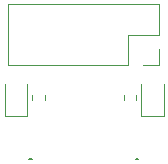
<source format=gbr>
%TF.GenerationSoftware,KiCad,Pcbnew,6.0.11+dfsg-1*%
%TF.CreationDate,2025-01-09T09:40:10-08:00*%
%TF.ProjectId,eUSB,65555342-2e6b-4696-9361-645f70636258,rev?*%
%TF.SameCoordinates,Original*%
%TF.FileFunction,Legend,Top*%
%TF.FilePolarity,Positive*%
%FSLAX46Y46*%
G04 Gerber Fmt 4.6, Leading zero omitted, Abs format (unit mm)*
G04 Created by KiCad (PCBNEW 6.0.11+dfsg-1) date 2025-01-09 09:40:10*
%MOMM*%
%LPD*%
G01*
G04 APERTURE LIST*
%ADD10C,0.120000*%
%ADD11C,0.127000*%
G04 APERTURE END LIST*
D10*
%TO.C,R2*%
X156732500Y-93201258D02*
X156732500Y-92726742D01*
X155687500Y-93201258D02*
X155687500Y-92726742D01*
%TO.C,R1*%
X164479500Y-93201258D02*
X164479500Y-92726742D01*
X163434500Y-93201258D02*
X163434500Y-92726742D01*
%TO.C,D2*%
X153345000Y-94522000D02*
X155265000Y-94522000D01*
X155265000Y-94522000D02*
X155265000Y-91837000D01*
X153345000Y-91837000D02*
X153345000Y-94522000D01*
%TO.C,D1*%
X164902000Y-94522000D02*
X166822000Y-94522000D01*
X164902000Y-91837000D02*
X164902000Y-94522000D01*
X166822000Y-94522000D02*
X166822000Y-91837000D01*
%TO.C,J1*%
X166384375Y-88855792D02*
X166384375Y-90185792D01*
X163807593Y-87634352D02*
X163807593Y-90235000D01*
X166435000Y-87635000D02*
X163807593Y-87635000D01*
X153615000Y-90235000D02*
X153615000Y-85035000D01*
X153615000Y-85035000D02*
X166435000Y-85035000D01*
X166435000Y-85035000D02*
X166435000Y-87635000D01*
X166384375Y-90185792D02*
X165054375Y-90185792D01*
X153615000Y-90235000D02*
X163807593Y-90235000D01*
D11*
%TO.C,J2*%
X155420000Y-98187000D02*
X155620000Y-98187000D01*
X164620000Y-98187000D02*
X164420000Y-98187000D01*
%TD*%
M02*

</source>
